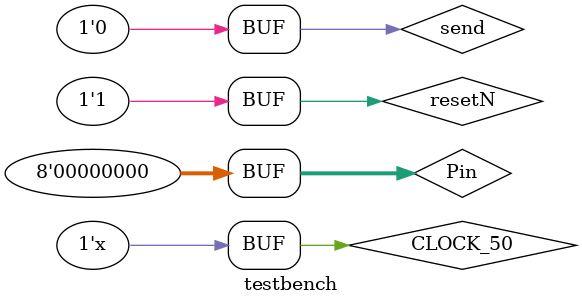
<source format=v>
`timescale 1ns / 1ps

module testbench ( );

	parameter CLOCK_PERIOD = 10;

    reg [7:0] Pin;
    reg CLOCK_50, resetN, send;
    wire Sout, err;
	initial begin
        CLOCK_50 <= 1'b0;
	end // initial
	always @ (*)
	begin : Clock_Generator
		#((CLOCK_PERIOD) / 2) CLOCK_50 <= ~CLOCK_50;
	end
	
	initial begin
        resetN <= 1'b0;

	Pin <= 8'b00000000;
	send <= 1'b0;
        #10 resetN <= 1'b1;
	send <= 1'b1;
	end // initial


	initial begin
	#500 send <= 1'b0;
	

	end

	TX U1 (Pin, Sout, resetN, send, CLOCK_50, err);

	RX U2(SerialIn, clkTX, clkRX, resetN, vgaData, err);

endmodule
	
</source>
